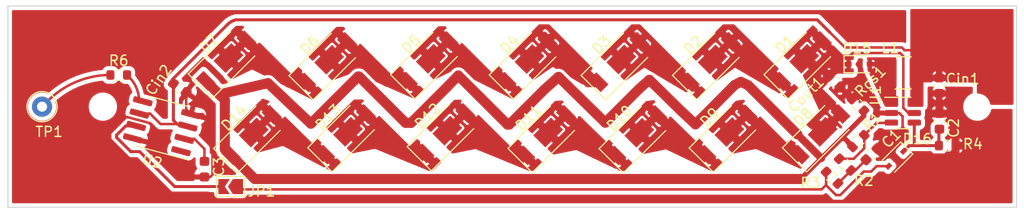
<source format=kicad_pcb>
(kicad_pcb (version 20211014) (generator pcbnew)
  (layers (0 "F.Cu" signal) (31 "B.Cu" signal) (34 "B.Paste" user) (35 "F.Paste" user) (36 "B.SilkS" user "B.Silkscreen") (37 "F.SilkS" user "F.Silkscreen") (38 "B.Mask" user) (39 "F.Mask" user) (44 "Edge.Cuts" user))
  (net 0 "")
  (net 1 "Net-(C1-Pad1)")
  (net 2 "GND")
  (net 3 "+5V")
  (net 4 "Net-(D1-Pad1)")
  (net 5 "Net-(D2-Pad1)")
  (net 6 "Net-(D3-Pad1)")
  (net 7 "Net-(D4-Pad1)")
  (net 8 "Net-(D5-Pad1)")
  (net 9 "Net-(D6-Pad1)")
  (net 10 "Net-(D14-Pad1)")
  (net 11 "Net-(D8-Pad1)")
  (net 12 "Net-(D10-Pad2)")
  (net 13 "Net-(D10-Pad1)")
  (net 14 "Net-(D11-Pad1)")
  (net 15 "Net-(D12-Pad1)")
  (net 16 "Net-(D13-Pad1)")
  (net 17 "Net-(Cout1-Pad1)")
  (net 18 "Net-(D15-Pad2)")
  (net 19 "Net-(C2-Pad1)")
  (net 20 "Net-(R6-Pad2)")
  (net 22 "Net-(R6-Pad1)")
  (net 23 "Net-(C3-Pad1)")
  (net 24 "DIM")
  (net 25 "Net-(D16-Pad2)")
  (net 26 "Net-(R1-Pad2)")
  (footprint "LED_SMD:LED_Yuji_5730" (layer "F.Cu") (at 49.637513 24.760013 45)
    (fp_text reference "D6" (at 0 -2.4 45) (layer "F.SilkS"))
    (fp_text value "660nm")
    (fp_line (start -3.59 -1.7) (end 2.35 -1.7) (layer "F.SilkS") (width 0.12))
    (fp_line (start -3.59 1.7) (end -3.59 -1.7) (layer "F.SilkS") (width 0.12))
    (fp_line (start 2.35 1.7) (end -3.59 1.7) (layer "F.SilkS") (width 0.12))
    (pad "1" smd rect (at -2.85 0 45) (size 1.1 1.7) (layers "F.Cu" "F.Paste" "F.Mask") (net 9 "Net-(D6-Pad1)") (thermal_gap 0.2))
    (pad "2" smd rect (at 0.349999 0 45) (size 2.5 1.7) (layers "F.Cu" "F.Paste" "F.Mask") (net 8 "Net-(D5-Pad1)") (thermal_gap 0.2))
    (pad "2" smd rect (at 2.85 0 45) (size 1.1 1.7) (layers "F.Cu" "F.Paste" "F.Mask") (net 8 "Net-(D5-Pad1)") (thermal_gap 0.2))
  )
  (footprint "Resistor_SMD:R_0603_1608Metric" (layer "F.Cu") (at 29.02 26.03)
    (fp_text reference "R6" (at 0 -1.43) (layer "F.SilkS"))
    (fp_text value "5k" hide)
    (fp_line (start -0.237258 0.5225) (end 0.237258 0.5225) (layer "F.SilkS") (width 0.12))
    (fp_line (start -0.237258 -0.5225) (end 0.237258 -0.5225) (layer "F.SilkS") (width 0.12))
    (pad "1" smd roundrect (at -0.825 0) (size 0.8 0.95) (layers "F.Cu" "F.Paste" "F.Mask") (net 22 "Net-(R6-Pad1)"))
    (pad "2" smd roundrect (at 0.825 0) (size 0.8 0.95) (layers "F.Cu" "F.Paste" "F.Mask") (net 20 "Net-(R6-Pad2)"))
  )
  (footprint "LED_SMD:LED_Yuji_5730" (layer "F.Cu") (at 96.735 24.6675 45)
    (fp_text reference "D1" (at 0 -2.4 45) (layer "F.SilkS"))
    (fp_text value "660nm")
    (fp_line (start 2.35 1.7) (end -3.59 1.7) (layer "F.SilkS") (width 0.12))
    (fp_line (start -3.59 1.7) (end -3.59 -1.7) (layer "F.SilkS") (width 0.12))
    (fp_line (start -3.59 -1.7) (end 2.35 -1.7) (layer "F.SilkS") (width 0.12))
    (pad "1" smd rect (at -2.85 0 45) (size 1.1 1.7) (layers "F.Cu" "F.Paste" "F.Mask") (net 4 "Net-(D1-Pad1)") (thermal_gap 0.2))
    (pad "2" smd rect (at 0.349999 0 45) (size 2.5 1.7) (layers "F.Cu" "F.Paste" "F.Mask") (net 17 "Net-(Cout1-Pad1)") (thermal_gap 0.2))
    (pad "2" smd rect (at 2.85 0 45) (size 1.1 1.7) (layers "F.Cu" "F.Paste" "F.Mask") (net 17 "Net-(Cout1-Pad1)") (thermal_gap 0.2))
  )
  (footprint "Jumper:SolderJumper-2_P1.3mm_Open_TrianglePad1.0x1.5mm" (layer "F.Cu") (at 40.12 37.12 180)
    (fp_text reference "JP1" (at -3.06 -0.48) (layer "F.SilkS"))
    (fp_text value "SolderJumper_2_Open")
    (fp_line (start -1.4 -1) (end 1.4 -1) (layer "F.SilkS") (width 0.12))
    (fp_line (start 1.4 -1) (end 1.4 1) (layer "F.SilkS") (width 0.12))
    (fp_line (start 1.4 1) (end -1.4 1) (layer "F.SilkS") (width 0.12))
    (fp_line (start -1.4 1) (end -1.4 -1) (layer "F.SilkS") (width 0.12))
    (pad "1" smd custom (at -0.725 0 180) (size 0.3 0.3) (layers "F.Cu" "F.Mask") (net 25 "Net-(D16-Pad2)") (options (clearance outline) (anchor rect)) (primitives (gr_poly (pts (xy 1 0) (xy 0.5 0.75) (xy -0.5 0.75) (xy -0.5 -0.75) (xy 0.5 -0.75)) (width 0) (fill yes))))
    (pad "2" smd custom (at 0.725 0 180) (size 0.3 0.3) (layers "F.Cu" "F.Mask") (net 24 "DIM") (options (clearance outline) (anchor rect)) (primitives (gr_poly (pts (xy 0.5 0.75) (xy -0.65 0.75) (xy -0.15 0) (xy -0.65 -0.75) (xy 0.5 -0.75)) (width 0) (fill yes))))
  )
  (footprint "Package_TO_SOT_SMD:SOT-23-6" (layer "F.Cu") (at 106.76 29.81)
    (fp_text reference "U1" (at -2.7 -1.76 90) (layer "F.SilkS"))
    (fp_text value "MT9284")
    (fp_line (start 0 1.56) (end -0.8 1.56) (layer "F.SilkS") (width 0.12))
    (fp_line (start 0 -1.56) (end 0.8 -1.56) (layer "F.SilkS") (width 0.12))
    (fp_line (start 0 1.56) (end 0.8 1.56) (layer "F.SilkS") (width 0.12))
    (fp_line (start 0 -1.56) (end -1.8 -1.56) (layer "F.SilkS") (width 0.12))
    (pad "1" smd roundrect (at -1.1375 -0.95) (size 1.325 0.6) (layers "F.Cu" "F.Paste" "F.Mask") (net 18 "Net-(D15-Pad2)"))
    (pad "2" smd roundrect (at -1.1375 0) (size 1.325 0.6) (layers "F.Cu" "F.Paste" "F.Mask") (net 2 "GND"))
    (pad "3" smd roundrect (at -1.1375 0.95) (size 1.325 0.6) (layers "F.Cu" "F.Paste" "F.Mask") (net 26 "Net-(R1-Pad2)"))
    (pad "4" smd roundrect (at 1.1375 0.95) (size 1.325 0.6) (layers "F.Cu" "F.Paste" "F.Mask") (net 19 "Net-(C2-Pad1)"))
    (pad "5" smd roundrect (at 1.1375 0) (size 1.325 0.6) (layers "F.Cu" "F.Paste" "F.Mask") (net 17 "Net-(Cout1-Pad1)"))
    (pad "6" smd roundrect (at 1.1375 -0.95) (size 1.325 0.6) (layers "F.Cu" "F.Paste" "F.Mask") (net 3 "+5V"))
  )
  (footprint "Resistor_SMD:R_0603_1608Metric" (layer "F.Cu") (at 111.16 33.05 180)
    (fp_text reference "R4" (at -2.54 0.15) (layer "F.SilkS"))
    (fp_text value "100k")
    (fp_line (start -0.237258 -0.5225) (end 0.237258 -0.5225) (layer "F.SilkS") (width 0.12))
    (fp_line (start -0.237258 0.5225) (end 0.237258 0.5225) (layer "F.SilkS") (width 0.12))
    (pad "1" smd roundrect (at -0.825 0 180) (size 0.8 0.95) (layers "F.Cu" "F.Paste" "F.Mask") (net 2 "GND") (thermal_gap 0.3))
    (pad "2" smd roundrect (at 0.825 0 180) (size 0.8 0.95) (layers "F.Cu" "F.Paste" "F.Mask") (net 19 "Net-(C2-Pad1)") (thermal_gap 0.3))
  )
  (footprint "Package_SO:SOIC-8_3.9x4.9mm_P1.27mm" (layer "F.Cu") (at 33.300342 31.12394 165)
    (fp_text reference "U2" (at 0.036105 -3.613848 165) (layer "F.SilkS"))
    (fp_text value "JL8022W-L")
    (fp_line (start 0 2.56) (end 1.95 2.56) (layer "F.SilkS") (width 0.12))
    (fp_line (start 0 -2.56) (end 1.95 -2.56) (layer "F.SilkS") (width 0.12))
    (fp_line (start 0 2.56) (end -1.95 2.56) (layer "F.SilkS") (width 0.12))
    (fp_line (start 0 -2.56) (end -3.45 -2.56) (layer "F.SilkS") (width 0.12))
    (pad "1" smd roundrect (at -2.475 -1.905 165) (size 1.95 0.6) (layers "F.Cu" "F.Paste" "F.Mask"))
    (pad "2" smd roundrect (at -2.475 -0.635 165) (size 1.95 0.6) (layers "F.Cu" "F.Paste" "F.Mask") (net 23 "Net-(C3-Pad1)"))
    (pad "3" smd roundrect (at -2.475 0.635 165) (size 1.95 0.6) (layers "F.Cu" "F.Paste" "F.Mask") (net 3 "+5V"))
    (pad "4" smd roundrect (at -2.475 1.905 165) (size 1.95 0.6) (layers "F.Cu" "F.Paste" "F.Mask") (net 2 "GND"))
    (pad "5" smd roundrect (at 2.475 1.905 165) (size 1.95 0.6) (layers "F.Cu" "F.Paste" "F.Mask") (net 20 "Net-(R6-Pad2)"))
    (pad "6" smd roundrect (at 2.475 0.635 165) (size 1.95 0.6) (layers "F.Cu" "F.Paste" "F.Mask") (net 3 "+5V"))
    (pad "7" smd roundrect (at 2.475 -0.635 165) (size 1.95 0.6) (layers "F.Cu" "F.Paste" "F.Mask") (net 24 "DIM"))
    (pad "8" smd roundrect (at 2.475 -1.905 165) (size 1.95 0.6) (layers "F.Cu" "F.Paste" "F.Mask") (net 2 "GND"))
  )
  (footprint "LED_SMD:LED_Yuji_5730" (layer "F.Cu") (at 87.665 24.7375 45)
    (fp_text reference "D2" (at 0 -2.4 45) (layer "F.SilkS"))
    (fp_text value "660nm")
    (fp_line (start -3.59 1.7) (end -3.59 -1.7) (layer "F.SilkS") (width 0.12))
    (fp_line (start 2.35 1.7) (end -3.59 1.7) (layer "F.SilkS") (width 0.12))
    (fp_line (start -3.59 -1.7) (end 2.35 -1.7) (layer "F.SilkS") (width 0.12))
    (pad "1" smd rect (at -2.85 0 45) (size 1.1 1.7) (layers "F.Cu" "F.Paste" "F.Mask") (net 5 "Net-(D2-Pad1)") (thermal_gap 0.2))
    (pad "2" smd rect (at 2.85 0 45) (size 1.1 1.7) (layers "F.Cu" "F.Paste" "F.Mask") (net 4 "Net-(D1-Pad1)") (thermal_gap 0.2))
    (pad "2" smd rect (at 0.349999 0 45) (size 2.5 1.7) (layers "F.Cu" "F.Paste" "F.Mask") (net 4 "Net-(D1-Pad1)") (thermal_gap 0.2))
  )
  (footprint "LED_SMD:LED_Yuji_5730" (layer "F.Cu") (at 89.315 31.9475 45)
    (fp_text reference "D9" (at 0 -2.4 45) (layer "F.SilkS"))
    (fp_text value "660nm")
    (fp_line (start 2.35 1.7) (end -3.59 1.7) (layer "F.SilkS") (width 0.12))
    (fp_line (start -3.59 -1.7) (end 2.35 -1.7) (layer "F.SilkS") (width 0.12))
    (fp_line (start -3.59 1.7) (end -3.59 -1.7) (layer "F.SilkS") (width 0.12))
    (pad "1" smd rect (at -2.85 0 45) (size 1.1 1.7) (layers "F.Cu" "F.Paste" "F.Mask") (net 12 "Net-(D10-Pad2)") (thermal_gap 0.2))
    (pad "2" smd rect (at 2.85 0 45) (size 1.1 1.7) (layers "F.Cu" "F.Paste" "F.Mask") (net 11 "Net-(D8-Pad1)") (thermal_gap 0.2))
    (pad "2" smd rect (at 0.349999 0 45) (size 2.5 1.7) (layers "F.Cu" "F.Paste" "F.Mask") (net 11 "Net-(D8-Pad1)") (thermal_gap 0.2))
  )
  (footprint "MountingHole:MountingHole_2.1mm" (layer "F.Cu") (at 27.47 29.17)
    (fp_text reference "H2" hide)
    (fp_text value "MountingHole" hide)
    (pad "" np_thru_hole circle (at -0.02 0.01) (size 2 2) (drill 2) (layers F&B.Cu *.Mask))
  )
  (footprint "LED_SMD:LED_Yuji_5730" (layer "F.Cu") (at 80.385 32.0175 45)
    (fp_text reference "D10" (at 0 -2.4 45) (layer "F.SilkS"))
    (fp_text value "660nm")
    (fp_line (start -3.59 1.7) (end -3.59 -1.7) (layer "F.SilkS") (width 0.12))
    (fp_line (start -3.59 -1.7) (end 2.35 -1.7) (layer "F.SilkS") (width 0.12))
    (fp_line (start 2.35 1.7) (end -3.59 1.7) (layer "F.SilkS") (width 0.12))
    (pad "1" smd rect (at -2.85 0 45) (size 1.1 1.7) (layers "F.Cu" "F.Paste" "F.Mask") (net 13 "Net-(D10-Pad1)") (thermal_gap 0.2))
    (pad "2" smd rect (at 0.349999 0 45) (size 2.5 1.7) (layers "F.Cu" "F.Paste" "F.Mask") (net 12 "Net-(D10-Pad2)") (thermal_gap 0.2))
    (pad "2" smd rect (at 2.85 0 45) (size 1.1 1.7) (layers "F.Cu" "F.Paste" "F.Mask") (net 12 "Net-(D10-Pad2)") (thermal_gap 0.2))
  )
  (footprint "TestPoint:TestPoint_Loop_D2.50mm_Drill1.0mm" (layer "F.Cu") (at 21.42 29.18)
    (fp_text reference "TP1" (at 0.7 2.5) (layer "F.SilkS"))
    (fp_text value "TestPoint")
    (fp_circle (center 0 0) (end 1.5 0) (layer "F.SilkS") (width 0.12) (fill none))
    (pad "1" thru_hole circle (at 0 0) (size 2 2) (drill 1) (property pad_prop_testpoint) (layers *.Cu *.Mask) (net 22 "Net-(R6-Pad1)"))
  )
  (footprint "LED_SMD:LED_Yuji_5730" (layer "F.Cu") (at 78.605 24.7375 45)
    (fp_text reference "D3" (at 0 -2.4 45) (layer "F.SilkS"))
    (fp_text value "660nm")
    (fp_line (start -3.59 -1.7) (end 2.35 -1.7) (layer "F.SilkS") (width 0.12))
    (fp_line (start 2.35 1.7) (end -3.59 1.7) (layer "F.SilkS") (width 0.12))
    (fp_line (start -3.59 1.7) (end -3.59 -1.7) (layer "F.SilkS") (width 0.12))
    (pad "1" smd rect (at -2.85 0 45) (size 1.1 1.7) (layers "F.Cu" "F.Paste" "F.Mask") (net 6 "Net-(D3-Pad1)"))
    (pad "2" smd rect (at 0.349999 0 45) (size 2.5 1.7) (layers "F.Cu" "F.Paste" "F.Mask") (net 5 "Net-(D2-Pad1)") (thermal_gap 0.2))
    (pad "2" smd rect (at 2.85 0 45) (size 1.1 1.7) (layers "F.Cu" "F.Paste" "F.Mask") (net 5 "Net-(D2-Pad1)") (thermal_gap 0.2))
  )
  (footprint "LED_SMD:LED_Yuji_5730" (layer "F.Cu") (at 59.715 24.6675 45)
    (fp_text reference "D5" (at 0 -2.4 45) (layer "F.SilkS"))
    (fp_text value "660nm")
    (fp_line (start -3.59 -1.7) (end 2.35 -1.7) (layer "F.SilkS") (width 0.12))
    (fp_line (start -3.59 1.7) (end -3.59 -1.7) (layer "F.SilkS") (width 0.12))
    (fp_line (start 2.35 1.7) (end -3.59 1.7) (layer "F.SilkS") (width 0.12))
    (pad "1" smd rect (at -2.85 0 45) (size 1.1 1.7) (layers "F.Cu" "F.Paste" "F.Mask") (net 8 "Net-(D5-Pad1)") (thermal_gap 0.2))
    (pad "2" smd rect (at 2.85 0 45) (size 1.1 1.7) (layers "F.Cu" "F.Paste" "F.Mask") (net 7 "Net-(D4-Pad1)") (thermal_gap 0.2))
    (pad "2" smd rect (at 0.349999 0 45) (size 2.5 1.7) (layers "F.Cu" "F.Paste" "F.Mask") (net 7 "Net-(D4-Pad1)") (thermal_gap 0.2))
  )
  (footprint "Capacitor_SMD:C_0603_1608Metric" (layer "F.Cu") (at 110.37 27.09 -90)
    (fp_text reference "Cin1" (at -0.66 -2.32) (layer "F.SilkS"))
    (fp_text value "1u")
    (fp_line (start -0.14058 0.51) (end 0.14058 0.51) (layer "F.SilkS") (width 0.12))
    (fp_line (start -0.14058 -0.51) (end 0.14058 -0.51) (layer "F.SilkS") (width 0.12))
    (pad "1" smd roundrect (at -0.775 0 270) (size 0.9 0.95) (layers "F.Cu" "F.Paste" "F.Mask") (net 3 "+5V") (thermal_gap 0.2))
    (pad "2" smd roundrect (at 0.775 0 270) (size 0.9 0.95) (layers "F.Cu" "F.Paste" "F.Mask") (net 2 "GND") (thermal_gap 0.2))
  )
  (footprint "LED_SMD:LED_Yuji_5730" (layer "F.Cu") (at 69.497513 24.690013 45)
    (fp_text reference "D4" (at 0 -2.4 45) (layer "F.SilkS"))
    (fp_text value "660nm")
    (fp_line (start 2.35 1.7) (end -3.59 1.7) (layer "F.SilkS") (width 0.12))
    (fp_line (start -3.59 1.7) (end -3.59 -1.7) (layer "F.SilkS") (width 0.12))
    (fp_line (start -3.59 -1.7) (end 2.35 -1.7) (layer "F.SilkS") (width 0.12))
    (pad "1" smd rect (at -2.85 0 45) (size 1.1 1.7) (layers "F.Cu" "F.Paste" "F.Mask") (net 7 "Net-(D4-Pad1)") (thermal_gap 0.2))
    (pad "2" smd rect (at 2.85 0 45) (size 1.1 1.7) (layers "F.Cu" "F.Paste" "F.Mask") (net 6 "Net-(D3-Pad1)") (thermal_gap 0.2))
    (pad "2" smd rect (at 0.349999 0 45) (size 2.5 1.7) (layers "F.Cu" "F.Paste" "F.Mask") (net 6 "Net-(D3-Pad1)") (thermal_gap 0.2))
  )
  (footprint "LED_SMD:LED_Yuji_5730" (layer "F.Cu") (at 71.352487 31.994987 45)
    (fp_text reference "D11" (at 0 -2.4 45) (layer "F.SilkS"))
    (fp_text value "660nm")
    (fp_line (start 2.35 1.7) (end -3.59 1.7) (layer "F.SilkS") (width 0.12))
    (fp_line (start -3.59 -1.7) (end 2.35 -1.7) (layer "F.SilkS") (width 0.12))
    (fp_line (start -3.59 1.7) (end -3.59 -1.7) (layer "F.SilkS") (width 0.12))
    (pad "1" smd rect (at -2.85 0 45) (size 1.1 1.7) (layers "F.Cu" "F.Paste" "F.Mask") (net 14 "Net-(D11-Pad1)") (thermal_gap 0.2))
    (pad "2" smd rect (at 0.349999 0 45) (size 2.5 1.7) (layers "F.Cu" "F.Paste" "F.Mask") (net 13 "Net-(D10-Pad1)") (thermal_gap 0.2))
    (pad "2" smd rect (at 2.85 0 45) (size 1.1 1.7) (layers "F.Cu" "F.Paste" "F.Mask") (net 13 "Net-(D10-Pad1)") (thermal_gap 0.2))
  )
  (footprint "Resistor_SMD:R_0603_1608Metric" (layer "F.Cu") (at 102.32 29.01 -45)
    (fp_text reference "Rcs1" (at -0.79196 -2.5173 -315) (layer "F.SilkS"))
    (fp_text value "100m")
    (fp_line (start -0.237258 -0.5225) (end 0.237258 -0.5225) (layer "F.SilkS") (width 0.12))
    (fp_line (start -0.237258 0.5225) (end 0.237258 0.5225) (layer "F.SilkS") (width 0.12))
    (pad "1" smd roundrect (at -0.825 0 315) (size 0.8 0.95) (layers "F.Cu" "F.Paste" "F.Mask") (net 2 "GND") (thermal_gap 0.2))
    (pad "2" smd roundrect (at 0.825 0 315) (size 0.8 0.95) (layers "F.Cu" "F.Paste" "F.Mask") (net 10 "Net-(D14-Pad1)"))
  )
  (footprint "LED_SMD:LED_Yuji_5730" (layer "F.Cu") (at 42.162487 31.994987 45)
    (fp_text reference "D14" (at 0 -2.4 45) (layer "F.SilkS"))
    (fp_text value "660nm")
    (fp_line (start -3.59 -1.7) (end 2.35 -1.7) (layer "F.SilkS") (width 0.12))
    (fp_line (start 2.35 1.7) (end -3.59 1.7) (layer "F.SilkS") (width 0.12))
    (fp_line (start -3.59 1.7) (end -3.59 -1.7) (layer "F.SilkS") (width 0.12))
    (pad "1" smd rect (at -2.85 0 45) (size 1.1 1.7) (layers "F.Cu" "F.Paste" "F.Mask") (net 10 "Net-(D14-Pad1)"))
    (pad "2" smd rect (at 2.85 0 45) (size 1.1 1.7) (layers "F.Cu" "F.Paste" "F.Mask") (net 16 "Net-(D13-Pad1)") (thermal_gap 0.2))
    (pad "2" smd rect (at 0.349999 0 45) (size 2.5 1.7) (layers "F.Cu" "F.Paste" "F.Mask") (net 16 "Net-(D13-Pad1)") (thermal_gap 0.2))
  )
  (footprint "Capacitor_SMD:C_0603_1608Metric" (layer "F.Cu") (at 110.39 30.635 90)
    (fp_text reference "C2" (at -0.665 1.42 -90) (layer "F.SilkS"))
    (fp_text value "1n")
    (fp_line (start -0.14058 0.51) (end 0.14058 0.51) (layer "F.SilkS") (width 0.12))
    (fp_line (start -0.14058 -0.51) (end 0.14058 -0.51) (layer "F.SilkS") (width 0.12))
    (pad "1" smd roundrect (at -0.775 0 90) (size 0.9 0.95) (layers "F.Cu" "F.Paste" "F.Mask") (net 19 "Net-(C2-Pad1)") (thermal_gap 0.3))
    (pad "2" smd roundrect (at 0.775 0 90) (size 0.9 0.95) (layers "F.Cu" "F.Paste" "F.Mask") (net 2 "GND") (thermal_gap 0.3))
  )
  (footprint "LED_SMD:LED_Yuji_5730" (layer "F.Cu") (at 51.502487 31.924987 45)
    (fp_text reference "D13" (at 0 -2.4 45) (layer "F.SilkS"))
    (fp_text value "660nm")
    (fp_line (start 2.35 1.7) (end -3.59 1.7) (layer "F.SilkS") (width 0.12))
    (fp_line (start -3.59 -1.7) (end 2.35 -1.7) (layer "F.SilkS") (width 0.12))
    (fp_line (start -3.59 1.7) (end -3.59 -1.7) (layer "F.SilkS") (width 0.12))
    (pad "1" smd rect (at -2.85 0 45) (size 1.1 1.7) (layers "F.Cu" "F.Paste" "F.Mask") (net 16 "Net-(D13-Pad1)") (thermal_gap 0.2))
    (pad "2" smd rect (at 2.85 0 45) (size 1.1 1.7) (layers "F.Cu" "F.Paste" "F.Mask") (net 15 "Net-(D12-Pad1)") (thermal_gap 0.2))
    (pad "2" smd rect (at 0.349999 0 45) (size 2.5 1.7) (layers "F.Cu" "F.Paste" "F.Mask") (net 15 "Net-(D12-Pad1)") (thermal_gap 0.2))
  )
  (footprint "Inductor_SMD:L_Abracon_ASPI-3012S" (layer "F.Cu") (at 106.79 25.82 180)
    (fp_text reference "L1" (at 1.27 2.46) (layer "F.SilkS"))
    (fp_text value "L_Ferrite_Small")
    (fp_line (start -0.8 1.6) (end 0.8 1.6) (layer "F.SilkS") (width 0.12))
    (fp_line (start -0.8 -1.6) (end 0.8 -1.6) (layer "F.SilkS") (width 0.12))
    (pad "1" smd rect (at -1.15 0 180) (size 1 2.75) (layers "F.Cu" "F.Paste" "F.Mask") (net 3 "+5V"))
    (pad "2" smd rect (at 1.15 0 180) (size 1 2.75) (layers "F.Cu" "F.Paste" "F.Mask") (net 18 "Net-(D15-Pad2)"))
  )
  (footprint "Diode_SMD:D_SOD-323" (layer "F.Cu") (at 102.43 24.96)
    (fp_text reference "D15" (at -0.2 -1.58) (layer "F.SilkS"))
    (fp_text value "B5819WS")
    (fp_line (start -1.5 0.85) (end 1.05 0.85) (layer "F.SilkS") (width 0.12))
    (fp_line (start -1.5 -0.85) (end 1.05 -0.85) (layer "F.SilkS") (width 0.12))
    (fp_line (start -1.5 -0.85) (end -1.5 0.85) (layer "F.SilkS") (width 0.12))
    (pad "1" smd rect (at -1.05 0) (size 0.6 0.45) (layers "F.Cu" "F.Paste" "F.Mask") (net 17 "Net-(Cout1-Pad1)") (thermal_gap 0.2))
    (pad "2" smd rect (at 1.05 0) (size 0.6 0.45) (layers "F.Cu" "F.Paste" "F.Mask") (net 18 "Net-(D15-Pad2)") (thermal_gap 0.2))
  )
  (footprint "Capacitor_SMD:C_0603_1608Metric" (layer "F.Cu") (at 35.074843 27.324522 145)
    (fp_text reference "Cin2" (at 2.171714 -0.550718 55) (layer "F.SilkS"))
    (fp_text value "1u")
    (fp_line (start -0.14058 0.51) (end 0.14058 0.51) (layer "F.SilkS") (width 0.12))
    (fp_line (start -0.14058 -0.51) (end 0.14058 -0.51) (layer "F.SilkS") (width 0.12))
    (pad "1" smd roundrect (at -0.775 0 145) (size 0.9 0.95) (layers "F.Cu" "F.Paste" "F.Mask") (net 2 "GND"))
    (pad "2" smd roundrect (at 0.775 0 145) (size 0.9 0.95) (layers "F.Cu" "F.Paste" "F.Mask") (net 3 "+5V"))
  )
  (footprint "LED_SMD:LED_Yuji_5730" (layer "F.Cu") (at 98.562487 31.924987 45)
    (fp_text reference "D8" (at 0 -2.4 45) (layer "F.SilkS"))
    (fp_text value "660nm")
    (fp_line (start -3.59 1.7) (end -3.59 -1.7) (layer "F.SilkS") (width 0.12))
    (fp_line (start 2.35 1.7) (end -3.59 1.7) (layer "F.SilkS") (width 0.12))
    (fp_line (start -3.59 -1.7) (end 2.35 -1.7) (layer "F.SilkS") (width 0.12))
    (pad "1" smd rect (at -2.85 0 45) (size 1.1 1.7) (layers "F.Cu" "F.Paste" "F.Mask") (net 11 "Net-(D8-Pad1)") (thermal_gap 0.2))
    (pad "2" smd rect (at 2.85 0 45) (size 1.1 1.7) (layers "F.Cu" "F.Paste" "F.Mask") (net 17 "Net-(Cout1-Pad1)") (thermal_gap 0.2))
    (pad "2" smd rect (at 0.349999 0 45) (size 2.5 1.7) (layers "F.Cu" "F.Paste" "F.Mask") (net 17 "Net-(Cout1-Pad1)") (thermal_gap 0.2))
  )
  (footprint "Resistor_SMD:R_0603_1608Metric" (layer "F.Cu") (at 101.04 34.94 -45)
    (fp_text reference "R2" (at 2.446589 -0.183848) (layer "F.SilkS"))
    (fp_text value "10k")
    (fp_line (start -0.237258 0.5225) (end 0.237258 0.5225) (layer "F.SilkS") (width 0.12))
    (fp_line (start -0.237258 -0.5225) (end 0.237258 -0.5225) (layer "F.SilkS") (width 0.12))
    (pad "1" smd roundrect (at -0.825 0 315) (size 0.8 0.95) (layers "F.Cu" "F.Paste" "F.Mask") (net 26 "Net-(R1-Pad2)"))
    (pad "2" smd roundrect (at 0.825 0 315) (size 0.8 0.95) (layers "F.Cu" "F.Paste" "F.Mask") (net 1 "Net-(C1-Pad1)"))
  )
  (footprint "Resistor_SMD:R_0603_1608Metric" (layer "F.Cu") (at 102.35 32.6 45)
    (fp_text reference "R1" (at 2.361737 -0.410122 45) (layer "F.SilkS"))
    (fp_text value "5k")
    (fp_line (start -0.237258 0.5225) (end 0.237258 0.5225) (layer "F.SilkS") (width 0.12))
    (fp_line (start -0.237258 -0.5225) (end 0.237258 -0.5225) (layer "F.SilkS") (width 0.12))
    (pad "1" smd roundrect (at -0.825 0 45) (size 0.8 0.95) (layers "F.Cu" "F.Paste" "F.Mask") (net 10 "Net-(D14-Pad1)"))
    (pad "2" smd roundrect (at 0.825 0 45) (size 0.8 0.95) (layers "F.Cu" "F.Paste" "F.Mask") (net 26 "Net-(R1-Pad2)"))
  )
  (footprint "Capacitor_SMD:C_0603_1608Metric" (layer "F.Cu") (at 99.99 26.68 -45)
    (fp_text reference "Cout1" (at -1.088944 2.941564 45) (layer "F.SilkS"))
    (fp_text value "1u")
    (fp_line (start -0.14058 0.51) (end 0.14058 0.51) (layer "F.SilkS") (width 0.12))
    (fp_line (start -0.14058 -0.51) (end 0.14058 -0.51) (layer "F.SilkS") (width 0.12))
    (pad "1" smd roundrect (at -0.775 0 315) (size 0.9 0.95) (layers "F.Cu" "F.Paste" "F.Mask") (net 17 "Net-(Cout1-Pad1)") (thermal_gap 0.2))
    (pad "2" smd roundrect (at 0.775 0 315) (size 0.9 0.95) (layers "F.Cu" "F.Paste" "F.Mask") (net 2 "GND") (thermal_gap 0.2))
  )
  (footprint "Resistor_SMD:R_0603_1608Metric" (layer "F.Cu") (at 99.74 36.24 -45)
    (fp_text reference "R3" (at -1.152584 1.887975 -180) (layer "F.SilkS"))
    (fp_text value "10k")
    (fp_line (start -0.237258 -0.5225) (end 0.237258 -0.5225) (layer "F.SilkS") (width 0.12))
    (fp_line (start -0.237258 0.5225) (end 0.237258 0.5225) (layer "F.SilkS") (width 0.12))
    (pad "1" smd roundrect (at -0.825 0 315) (size 0.8 0.95) (layers "F.Cu" "F.Paste" "F.Mask") (net 25 "Net-(D16-Pad2)"))
    (pad "2" smd roundrect (at 0.825 0 315) (size 0.8 0.95) (layers "F.Cu" "F.Paste" "F.Mask") (net 1 "Net-(C1-Pad1)"))
  )
  (footprint "Capacitor_SMD:C_0603_1608Metric" (layer "F.Cu") (at 103.66 33.91 45)
    (fp_text reference "C1" (at 2.481945 0.275772 45) (layer "F.SilkS"))
    (fp_text value "1u")
    (fp_line (start -0.14058 -0.51) (end 0.14058 -0.51) (layer "F.SilkS") (width 0.12))
    (fp_line (start -0.14058 0.51) (end 0.14058 0.51) (layer "F.SilkS") (width 0.12))
    (pad "1" smd roundrect (at -0.775 0 45) (size 0.9 0.95) (layers "F.Cu" "F.Paste" "F.Mask") (net 1 "Net-(C1-Pad1)") (thermal_gap 0.3))
    (pad "2" smd roundrect (at 0.775 0 45) (size 0.9 0.95) (layers "F.Cu" "F.Paste" "F.Mask") (net 2 "GND") (thermal_gap 0.3))
  )
  (footprint "Capacitor_SMD:C_0603_1608Metric" (layer "F.Cu") (at 37.52 35.39 -90)
    (fp_text reference "C3" (at -0.24 -1.43 90) (layer "F.SilkS"))
    (fp_text value "10n")
    (fp_line (start -0.14058 0.51) (end 0.14058 0.51) (layer "F.SilkS") (width 0.12))
    (fp_line (start -0.14058 -0.51) (end 0.14058 -0.51) (layer "F.SilkS") (width 0.12))
    (pad "1" smd roundrect (at -0.775 0 270) (size 0.9 0.95) (layers "F.Cu" "F.Paste" "F.Mask") (net 23 "Net-(C3-Pad1)"))
    (pad "2" smd roundrect (at 0.775 0 270) (size 0.9 0.95) (layers "F.Cu" "F.Paste" "F.Mask") (net 2 "GND"))
  )
  (footprint "LED_SMD:LED_Yuji_5730" (layer "F.Cu") (at 61.355 31.8175 45)
    (fp_text reference "D12" (at 0 -2.4 45) (layer "F.SilkS"))
    (fp_text value "660nm")
    (fp_line (start 2.35 1.7) (end -3.59 1.7) (layer "F.SilkS") (width 0.12))
    (fp_line (start -3.59 1.7) (end -3.59 -1.7) (layer "F.SilkS") (width 0.12))
    (fp_line (start -3.59 -1.7) (end 2.35 -1.7) (layer "F.SilkS") (width 0.12))
    (pad "1" smd rect (at -2.85 0 45) (size 1.1 1.7) (layers "F.Cu" "F.Paste" "F.Mask") (net 15 "Net-(D12-Pad1)") (thermal_gap 0.2))
    (pad "2" smd rect (at 2.85 0 45) (size 1.1 1.7) (layers "F.Cu" "F.Paste" "F.Mask") (net 14 "Net-(D11-Pad1)") (thermal_gap 0.2))
    (pad "2" smd rect (at 0.349999 0 45) (size 2.5 1.7) (layers "F.Cu" "F.Paste" "F.Mask") (net 14 "Net-(D11-Pad1)") (thermal_gap 0.2))
  )
  (footprint "MountingHole:MountingHole_2.1mm" (layer "F.Cu") (at 114.15 29.18)
    (fp_text reference "H1" hide)
    (fp_text value "MountingHole" hide)
    (pad "" np_thru_hole circle (at 0 0) (size 2 2) (drill 2) (layers F&B.Cu *.Mask))
  )
  (footprint "Diode_SMD:D_SOD-323" (layer "F.Cu") (at 106.087538 34.352462 -135)
    (fp_text reference "D16" (at -2.874335 -0.113137) (layer "F.SilkS"))
    (fp_text value "1N4148WS")
    (fp_line (start -1.5 -0.85) (end 1.05 -0.85) (layer "F.SilkS") (width 0.12))
    (fp_line (start -1.5 -0.85) (end -1.5 0.85) (layer "F.SilkS") (width 0.12))
    (fp_line (start -1.5 0.85) (end 1.05 0.85) (layer "F.SilkS") (width 0.12))
    (pad "1" smd rect (at -1.05 0 225) (size 0.6 0.45) (layers "F.Cu" "F.Paste" "F.Mask") (net 19 "Net-(C2-Pad1)"))
    (pad "2" smd rect (at 1.05 0 225) (size 0.6 0.45) (layers "F.Cu" "F.Paste" "F.Mask") (net 25 "Net-(D16-Pad2)"))
  )
  (footprint "LED_SMD:LED_Yuji_5730" (layer "F.Cu") (at 39.655 24.5975 45)
    (fp_text reference "D7" (at 0 -2.4 45) (layer "F.SilkS"))
    (fp_text value "660nm")
    (fp_line (start -3.59 -1.7) (end 2.35 -1.7) (layer "F.SilkS") (width 0.12))
    (fp_line (start -3.59 1.7) (end -3.59 -1.7) (layer "F.SilkS") (width 0.12))
    (fp_line (start 2.35 1.7) (end -3.59 1.7) (layer "F.SilkS") (width 0.12))
    (pad "1" smd rect (at -2.85 0 45) (size 1.1 1.7) (layers "F.Cu" "F.Paste" "F.Mask") (net 10 "Net-(D14-Pad1)") (thermal_gap 0.2))
    (pad "2" smd rect (at 0.349999 0 45) (size 2.5 1.7) (layers "F.Cu" "F.Paste" "F.Mask") (net 9 "Net-(D6-Pad1)") (thermal_gap 0.2))
    (pad "2" smd rect (at 2.85 0 45) (size 1.1 1.7) (layers "F.Cu" "F.Paste" "F.Mask") (net 9 "Net-(D6-Pad1)") (thermal_gap 0.2))
  )
  (gr_rect (start 18.04 19.18) (end 118.04 39.18) (layer "Edge.Cuts") (width 0.1) (fill none))
  (segment (start 103.101992 34.458008) (end 102.036637 35.523363) (width 0.25) (layer "F.Cu") (net 1))
  (segment (start 102.036637 35.523363) (end 101.623363 35.523363) (width 0.25) (layer "F.Cu") (net 1))
  (segment (start 103.111992 34.458008) (end 103.101992 34.458008) (width 0.25) (layer "F.Cu") (net 1))
  (segment (start 100.323363 36.823363) (end 101.623363 35.523363) (width 0.25) (layer "F.Cu") (net 1))
  (segment (start 29.61 30.34) (end 28.15 31.8) (width 0.3) (layer "F.Cu") (net 2))
  (segment (start 32.31 31.066678) (end 32.07278 30.829458) (width 0.25) (layer "F.Cu") (net 2))
  (segment (start 100.538008 27.228008) (end 101.736637 28.426637) (width 0.25) (layer "F.Cu") (net 2))
  (segment (start 28.15 32.43) (end 30.1 34.38) (width 0.3) (layer "F.Cu") (net 2))
  (segment (start 38.32 30.91) (end 37.334428 29.924428) (width 0.25) (layer "F.Cu") (net 2))
  (segment (start 38.32 35.94) (end 38.32 30.91) (width 0.25) (layer "F.Cu") (net 2))
  (segment (start 106.74 30.15) (end 106.74 31.25) (width 0.25) (layer "F.Cu") (net 2))
  (segment (start 35.709686 29.810055) (end 35.823289 29.923658) (width 0.3) (layer "F.Cu") (net 2))
  (segment (start 35.225 36.165) (end 35.18 36.12) (width 0.25) (layer "F.Cu") (net 2))
  (segment (start 35.709686 29.450055) (end 36.184059 29.924428) (width 0.25) (layer "F.Cu") (net 2))
  (segment (start 106.7 35.29) (end 106.7 34.96) (width 0.3) (layer "F.Cu") (net 2))
  (segment (start 107.8 34.96) (end 108.56 34.2) (width 0.75) (layer "F.Cu") (net 2))
  (segment (start 110.32 27.915) (end 110.37 27.865) (width 0.3) (layer "F.Cu") (net 2))
  (segment (start 28.15 31.8) (end 28.15 32.43) (width 0.3) (layer "F.Cu") (net 2))
  (segment (start 106.4 29.81) (end 106.74 30.15) (width 0.25) (layer "F.Cu") (net 2))
  (segment (start 30.81 34.38) (end 34.2 37.77) (width 0.3) (layer "F.Cu") (net 2))
  (segment (start 103.31 36.35) (end 105.64 36.35) (width 0.3) (layer "F.Cu") (net 2))
  (segment (start 105.6225 29.81) (end 106.4 29.81) (width 0.25) (layer "F.Cu") (net 2))
  (segment (start 37.89 37.77) (end 38.7 38.58) (width 0.3) (layer "F.Cu") (net 2))
  (segment (start 32.31 32.174365) (end 32.31 31.066678) (width 0.25) (layer "F.Cu") (net 2))
  (segment (start 110.37 27.865) (end 110.37 29.84) (width 0.3) (layer "F.Cu") (net 2))
  (segment (start 105.64 36.35) (end 106.7 35.29) (width 0.3) (layer "F.Cu") (net 2))
  (segment (start 111.41 34.2) (end 111.985 33.625) (width 0.75) (layer "F.Cu") (net 2))
  (segment (start 37.52 36.165) (end 38.095 36.165) (width 0.25) (layer "F.Cu") (net 2))
  (segment (start 105.6225 29.81) (end 104.44 29.81) (width 0.25) (layer "F.Cu") (net 2))
  (segment (start 30.1 34.38) (end 30.81 34.38) (width 0.3) (layer "F.Cu") (net 2))
  (segment (start 103.056637 28.426637) (end 101.736637 28.426637) (width 0.25) (layer "F.Cu") (net 2))
  (segment (start 31.792303 32.692062) (end 32.31 32.174365) (width 0.25) (layer "F.Cu") (net 2))
  (segment (start 104.208008 33.361992) (end 105.101992 33.361992) (width 0.5) (layer "F.Cu") (net 2))
  (segment (start 101.08 38.58) (end 103.31 36.35) (width 0.3) (layer "F.Cu") (net 2))
  (segment (start 106.7 34.96) (end 107.8 34.96) (width 0.75) (layer "F.Cu") (net 2))
  (segment (start 29.920224 30.229089) (end 29.877762 30.229089) (width 0.25) (layer "F.Cu") (net 2))
  (segment (start 104.44 29.81) (end 103.056637 28.426637) (width 0.25) (layer "F.Cu") (net 2))
  (segment (start 108.56 34.2) (end 111.41 34.2) (width 0.75) (layer "F.Cu") (net 2))
  (segment (start 106.7 34.96) (end 105.101992 33.361992) (width 0.75) (layer "F.Cu") (net 2))
  (segment (start 34.2 37.77) (end 37.89 37.77) (width 0.3) (layer "F.Cu") (net 2))
  (segment (start 106.74 31.25) (end 104.628008 33.361992) (width 0.25) (layer "F.Cu") (net 2))
  (segment (start 111.985 33.625) (end 111.985 33.05) (width 0.75) (layer "F.Cu") (net 2))
  (segment (start 35.709686 27.769044) (end 35.709686 29.450055) (width 0.25) (layer "F.Cu") (net 2))
  (segment (start 37.334428 29.924428) (end 36.184059 29.924428) (width 0.25) (layer "F.Cu") (net 2))
  (segment (start 30.416627 32.32345) (end 31.792303 32.692062) (width 0.25) (layer "F.Cu") (net 2))
  (segment (start 31.792303 32.732303) (end 31.792303 32.692062) (width 0.3) (layer "F.Cu") (net 2))
  (segment (start 32.035851 30.795968) (end 29.920224 30.229089) (width 0.25) (layer "F.Cu") (net 2))
  (segment (start 110.37 29.84) (end 110.39 29.86) (width 0.3) (layer "F.Cu") (net 2))
  (segment (start 38.7 38.58) (end 101.08 38.58) (width 0.3) (layer "F.Cu") (net 2))
  (segment (start 38.095 36.165) (end 38.32 35.94) (width 0.25) (layer "F.Cu") (net 2))
  (segment (start 37.52 36.165) (end 35.225 36.165) (width 0.25) (layer "F.Cu") (net 2))
  (segment (start 104.628008 33.361992) (end 104.208008 33.361992) (width 0.25) (layer "F.Cu") (net 2))
  (segment (start 35.18 36.12) (end 31.792303 32.732303) (width 0.3) (layer "F.Cu") (net 2))
  (arc (start 29.877762 30.229089) (mid 29.73285 30.257914) (end 29.61 30.34) (width 0.25) (layer "F.Cu") (net 2))
  (arc (start 32.07278 30.829458) (mid 32.054231 30.812625) (end 32.035851 30.795968) (width 0.25) (layer "F.Cu") (net 2))
  (segment (start 109.05 26.11) (end 109.255 26.315) (width 0.25) (layer "F.Cu") (net 3))
  (segment (start 98.276294 20.546294) (end 99.53 21.8) (width 0.3) (layer "F.Cu") (net 3))
  (segment (start 35.614205 30.91) (end 34.82 30.91) (width 0.25) (layer "F.Cu") (net 3))
  (segment (start 34.44 30.53) (end 34.82 30.91) (width 0.3) (layer "F.Cu") (net 3))
  (segment (start 40.1249 20.760573) (end 40.375123 20.633077) (width 0.3) (layer "F.Cu") (net 3))
  (segment (start 109.05 23.9) (end 109.05 26.11) (width 0.25) (layer "F.Cu") (net 3))
  (segment (start 34.44 26.88) (end 34.44 30.53) (width 0.3) (layer "F.Cu") (net 3))
  (segment (start 40.64221 20.546294) (end 98.276294 20.546294) (width 0.3) (layer "F.Cu") (net 3))
  (segment (start 40.375123 20.633077) (end 40.64221 20.546294) (width 0.3) (layer "F.Cu") (net 3))
  (segment (start 32.13 29.87) (end 31.074026 29.87) (width 0.25) (layer "F.Cu") (net 3))
  (segment (start 99.53 21.8) (end 101.03 23.3) (width 0.25) (layer "F.Cu") (net 3))
  (segment (start 108.435 26.315) (end 107.94 25.82) (width 0.3) (layer "F.Cu") (net 3))
  (segment (start 106.93 23.57) (end 108.72 23.57) (width 0.25) (layer "F.Cu") (net 3))
  (segment (start 107.94 28.8175) (end 107.94 25.82) (width 0.25) (layer "F.Cu") (net 3))
  (segment (start 39.796741 21.023259) (end 39.897703 20.925643) (width 0.3) (layer "F.Cu") (net 3))
  (segment (start 35.855359 31.151154) (end 35.614205 30.91) (width 0.25) (layer "F.Cu") (net 3))
  (segment (start 107.8975 28.86) (end 107.94 28.8175) (width 0.25) (layer "F.Cu") (net 3))
  (segment (start 108.72 23.57) (end 109.05 23.9) (width 0.25) (layer "F.Cu") (net 3))
  (segment (start 34.44 26.88) (end 34.44 26.38) (width 0.3) (layer "F.Cu") (net 3))
  (segment (start 39.897703 20.925643) (end 40.1249 20.760573) (width 0.3) (layer "F.Cu") (net 3))
  (segment (start 101.03 23.3) (end 106.66 23.3) (width 0.25) (layer "F.Cu") (net 3))
  (segment (start 110.37 26.315) (end 109.255 26.315) (width 0.3) (layer "F.Cu") (net 3))
  (segment (start 33.17 30.91) (end 32.13 29.87) (width 0.25) (layer "F.Cu") (net 3))
  (segment (start 34.82 30.91) (end 33.17 30.91) (width 0.25) (layer "F.Cu") (net 3))
  (segment (start 109.255 26.315) (end 108.435 26.315) (width 0.3) (layer "F.Cu") (net 3))
  (segment (start 34.44 26.38) (end 39.796741 21.023259) (width 0.3) (layer "F.Cu") (net 3))
  (segment (start 106.66 23.3) (end 106.93 23.57) (width 0.25) (layer "F.Cu") (net 3))
  (segment (start 89.680254 22.722246) (end 93.640762 26.682754) (width 1) (layer "F.Cu") (net 4))
  (segment (start 89.680254 22.722246) (end 87.912487 24.490013) (width 0.25) (layer "F.Cu") (net 4))
  (segment (start 93.640762 26.682754) (end 94.719746 26.682754) (width 1) (layer "F.Cu") (net 4))
  (segment (start 80.620254 22.722246) (end 78.852487 24.490013) (width 0.25) (layer "F.Cu") (net 5))
  (segment (start 84.650762 26.752754) (end 85.649746 26.752754) (width 1) (layer "F.Cu") (net 5))
  (segment (start 80.620254 22.722246) (end 84.650762 26.752754) (width 1) (layer "F.Cu") (net 5))
  (segment (start 75.590762 26.752754) (end 76.589746 26.752754) (width 1) (layer "F.Cu") (net 6))
  (segment (start 71.512767 22.674759) (end 75.590762 26.752754) (width 1) (layer "F.Cu") (net 6))
  (segment (start 71.512767 22.674759) (end 69.745 24.442526) (width 0.25) (layer "F.Cu") (net 6))
  (segment (start 65.783275 26.705267) (end 67.482259 26.705267) (width 1) (layer "F.Cu") (net 7))
  (segment (start 61.730254 22.652246) (end 59.962487 24.420013) (width 0.25) (layer "F.Cu") (net 7))
  (segment (start 61.730254 22.652246) (end 65.783275 26.705267) (width 1) (layer "F.Cu") (net 7))
  (segment (start 51.652767 22.744759) (end 55.590762 26.682754) (width 1) (layer "F.Cu") (net 8))
  (segment (start 55.590762 26.682754) (end 57.699746 26.682754) (width 1) (layer "F.Cu") (net 8))
  (segment (start 51.652767 22.744759) (end 49.885 24.512526) (width 0.25) (layer "F.Cu") (net 8))
  (segment (start 41.670254 22.582246) (end 45.863275 26.775267) (width 1) (layer "F.Cu") (net 9))
  (segment (start 41.670254 22.582246) (end 39.902487 24.350013) (width 0.25) (layer "F.Cu") (net 9))
  (segment (start 45.863275 26.775267) (end 47.622259 26.775267) (width 1) (layer "F.Cu") (net 9))
  (segment (start 57.46 30.79) (end 52.86 26.19) (width 1) (layer "F.Cu") (net 10))
  (segment (start 96.63 36.37) (end 98.67 34.33) (width 0.5) (layer "F.Cu") (net 10))
  (segment (start 91.43 27.06) (end 90.71 26.71) (width 1) (layer "F.Cu") (net 10))
  (segment (start 102.96 29.65) (end 102.903363 29.593363) (width 0.5) (layer "F.Cu") (net 10))
  (segment (start 37.639746 26.612754) (end 38.986992 27.96) (width 1) (layer "F.Cu") (net 10))
  (segment (start 58.01 30.79) (end 57.46 30.79) (width 1) (layer "F.Cu") (net 10))
  (segment (start 96.6275 36.3675) (end 96.63 36.37) (width 1) (layer "F.Cu") (net 10))
  (segment (start 40.147233 34.010241) (end 42.504492 36.3675) (width 1) (layer "F.Cu") (net 10))
  (segment (start 71.26 27.44) (end 67.74 30.96) (width 1) (layer "F.Cu") (net 10))
  (segment (start 52.75 26.19) (end 48.07 30.87) (width 1) (layer "F.Cu") (net 10))
  (segment (start 80.63 27.4) (end 77.26 30.77) (width 1) (layer "F.Cu") (net 10))
  (segment (start 86.2 30.94) (end 84.66 29.49) (width 1) (layer "F.Cu") (net 10))
  (segment (start 90.09 27.02) (end 86.2 30.94) (width 1) (layer "F.Cu") (net 10))
  (segment (start 40.147233 34.010241) (end 39.54 33.403008) (width 1) (layer "F.Cu") (net 10))
  (segment (start 39.54 28.513008) (end 38.986992 27.96) (width 1) (layer "F.Cu") (net 10))
  (segment (start 67.74 30.96) (end 67.57 30.96) (width 1) (layer "F.Cu") (net 10))
  (segment (start 62.69 26.08) (end 61.51 27.29) (width 1) (layer "F.Cu") (net 10))
  (segment (start 98.67 34.294564) (end 98.67 34.33) (width 0.75) (layer "F.Cu") (net 10))
  (segment (start 42.504492 36.3675) (end 96.6275 36.3675) (width 1) (layer "F.Cu") (net 10))
  (segment (start 39.54 33.403008) (end 39.54 28.513008) (width 1) (layer "F.Cu") (net 10))
  (segment (start 72.63 26.22) (end 71.26 27.44) (width 1) (layer "F.Cu") (net 10))
  (segment (start 61.51 27.29) (end 58.01 30.79) (width 1) (layer "F.Cu") (net 10))
  (segment (start 96.295436 31.92) (end 98.67 34.294564) (width 0.75) (layer "F.Cu") (net 10))
  (segment (start 52.86 26.19) (end 52.75 26.19) (width 1) (layer "F.Cu") (net 10))
  (segment (start 81.63 26.51) (end 80.63 27.4) (width 1) (layer "F.Cu") (net 10))
  (segment (start 43.82 26.84) (end 38.986992 27.96) (width 1) (layer "F.Cu") (net 10))
  (segment (start 96.29408 31.92) (end 96.295436 31.92) (width 0.75) (layer "F.Cu") (net 10))
  (segment (start 48.07 30.87) (end 43.82 26.84) (width 1) (layer "F.Cu") (net 10))
  (segment (start 67.57 30.96) (end 62.69 26.08) (width 1) (layer "F.Cu") (net 10))
  (segment (start 100.64 32.36) (end 102.903363 30.096637) (width 0.5) (layer "F.Cu") (net 10))
  (segment (start 100.64 32.36) (end 101.01 32.36) (width 0.5) (layer "F.Cu") (net 10))
  (segment (start 102.903363 30.096637) (end 102.903363 29.593363) (width 0.5) (layer "F.Cu") (net 10))
  (segment (start 96.29 31.92) (end 91.43 27.06) (width 1) (layer "F.Cu") (net 10))
  (segment (start 90.71 26.71) (end 90.09 27.02) (width 1) (layer "F.Cu") (net 10))
  (segment (start 98.67 34.33) (end 100.64 32.36) (width 0.5) (layer "F.Cu") (net 10))
  (segment (start 77.26 30.77) (end 72.63 26.22) (width 1) (layer "F.Cu") (net 10))
  (segment (start 101.766637 33.116637) (end 101.766637 33.183363) (width 0.5) (layer "F.Cu") (net 10))
  (segment (start 84.66 29.49) (end 81.63 26.51) (width 1) (layer "F.Cu") (net 10))
  (segment (start 101.01 32.36) (end 101.766637 33.116637) (width 0.5) (layer "F.Cu") (net 10))
  (segment (start 96.29408 31.92) (end 96.29 31.92) (width 1) (layer "F.Cu") (net 10))
  (segment (start 101.766637 33.183363) (end 101.32 32.736726) (width 0.5) (layer "F.Cu") (net 10))
  (segment (start 91.330254 29.932246) (end 95.338249 33.940241) (width 1) (layer "F.Cu") (net 11))
  (segment (start 95.338249 33.940241) (end 96.547233 33.940241) (width 1) (layer "F.Cu") (net 11))
  (segment (start 91.330254 29.932246) (end 89.562487 31.700013) (width 0.25) (layer "F.Cu") (net 11))
  (segment (start 86.360762 33.962754) (end 87.299746 33.962754) (width 1) (layer "F.Cu") (net 12))
  (segment (start 82.400254 30.002246) (end 80.632487 31.770013) (width 0.25) (layer "F.Cu") (net 12))
  (segment (start 82.400254 30.002246) (end 86.360762 33.962754) (width 1) (layer "F.Cu") (net 12))
  (segment (start 73.367741 29.979733) (end 71.599974 31.7475) (width 0.25) (layer "F.Cu") (net 13))
  (segment (start 77.420762 34.032754) (end 78.369746 34.032754) (width 1) (layer "F.Cu") (net 13))
  (segment (start 73.367741 29.979733) (end 77.420762 34.032754) (width 1) (layer "F.Cu") (net 13))
  (segment (start 63.370254 29.802246) (end 61.602487 31.570013) (width 0.25) (layer "F.Cu") (net 14))
  (segment (start 63.370254 29.802246) (end 67.578249 34.010241) (width 1) (layer "F.Cu") (net 14))
  (segment (start 67.578249 34.010241) (end 69.337233 34.010241) (width 1) (layer "F.Cu") (net 14))
  (segment (start 53.517741 29.909733) (end 51.749974 31.6775) (width 0.25) (layer "F.Cu") (net 15))
  (segment (start 53.517741 29.909733) (end 57.440762 33.832754) (width 1) (layer "F.Cu") (net 15))
  (segment (start 57.440762 33.832754) (end 59.339746 33.832754) (width 1) (layer "F.Cu") (net 15))
  (segment (start 44.177741 29.979733) (end 48.138249 33.940241) (width 1) (layer "F.Cu") (net 16))
  (segment (start 44.177741 29.979733) (end 42.409974 31.7475) (width 0.25) (layer "F.Cu") (net 16))
  (segment (start 48.138249 33.940241) (end 49.487233 33.940241) (width 1) (layer "F.Cu") (net 16))
  (segment (start 106.81 29.3) (end 107.32 29.81) (width 0.25) (layer "F.Cu") (net 17))
  (segment (start 107.32 29.81) (end 107.8975 29.81) (width 0.25) (layer "F.Cu") (net 17))
  (segment (start 98.750254 22.652246) (end 96.982487 24.420013) (width 0.25) (layer "F.Cu") (net 17))
  (segment (start 101.38 24.26) (end 101.79 23.85) (width 0.25) (layer "F.Cu") (net 17))
  (segment (start 97.720013 24.420013) (end 96.982487 24.420013) (width 0.25) (layer "F.Cu") (net 17))
  (segment (start 98.55 27.023984) (end 99.441992 26.131992) (width 0.25) (layer "F.Cu") (net 17))
  (segment (start 106.81 24.17) (end 106.81 29.3) (width 0.25) (layer "F.Cu") (net 17))
  (segment (start 101.38 24.96) (end 101.38 24.26) (width 0.25) (layer "F.Cu") (net 17))
  (segment (start 99.431992 26.131992) (end 97.720013 24.420013) (width 0.25) (layer "F.Cu") (net 17))
  (segment (start 101.79 23.85) (end 106.49 23.85) (width 0.25) (layer "F.Cu") (net 17))
  (segment (start 101.38 24.96) (end 100.613984 24.96) (width 0.25) (layer "F.Cu") (net 17))
  (segment (start 100.577741 29.909733) (end 98.809974 31.6775) (width 0.25) (layer "F.Cu") (net 17))
  (segment (start 106.49 23.85) (end 106.81 24.17) (width 0.25) (layer "F.Cu") (net 17))
  (segment (start 99.441992 26.131992) (end 99.431992 26.131992) (width 0.25) (layer "F.Cu") (net 17))
  (segment (start 100.613984 24.96) (end 99.441992 26.131992) (width 0.25) (layer "F.Cu") (net 17))
  (segment (start 100.577741 29.909733) (end 98.55 27.881992) (width 0.25) (layer "F.Cu") (net 17))
  (segment (start 98.55 27.881992) (end 98.55 27.023984) (width 0.25) (layer "F.Cu") (net 17))
  (segment (start 104.78 24.96) (end 103.48 24.96) (width 0.25) (layer "F.Cu") (net 18))
  (segment (start 105.6225 28.86) (end 105.64 28.8425) (width 0.25) (layer "F.Cu") (net 18))
  (segment (start 105.64 28.8425) (end 105.64 25.82) (width 0.25) (layer "F.Cu") (net 18))
  (segment (start 105.64 25.82) (end 104.78 24.96) (width 0.25) (layer "F.Cu") (net 18))
  (segment (start 107.39 33.05) (end 107.96 33.05) (width 0.3) (layer "F.Cu") (net 19))
  (segment (start 110.335 33.05) (end 110.335 31.465) (width 0.3) (layer "F.Cu") (net 19))
  (segment (start 110.335 31.465) (end 110.39 31.41) (width 0.3) (layer "F.Cu") (net 19))
  (segment (start 106.83 33.61) (end 107.39 33.05) (width 0.3) (layer "F.Cu") (net 19))
  (segment (start 107.8975 32.9875) (end 107.96 33.05) (width 0.3) (layer "F.Cu") (net 19))
  (segment (start 107.96 33.05) (end 110.335 33.05) (width 0.3) (layer "F.Cu") (net 19))
  (segment (start 107.8975 30.76) (end 107.8975 32.9875) (width 0.3) (layer "F.Cu") (net 19))
  (segment (start 30.041012 26.226013) (end 29.845 26.03) (width 0.25) (layer "F.Cu") (net 20))
  (arc (start 31.041956 28.642504) (mid 30.781819 27.334708) (end 30.041012 26.226013) (width 0.25) (layer "F.Cu") (net 20))
  (segment (start 22.006738 28.593262) (end 21.42 29.18) (width 0.25) (layer "F.Cu") (net 22))
  (arc (start 28.195 26.03) (mid 24.845937 26.69617) (end 22.006738 28.593262) (width 0.25) (layer "F.Cu") (net 22))
  (segment (start 37.52 33.38) (end 36.51788 32.37788) (width 0.25) (layer "F.Cu") (net 23))
  (segment (start 36.51788 32.37788) (end 35.526658 32.37788) (width 0.25) (layer "F.Cu") (net 23))
  (segment (start 37.52 34.615) (end 37.52 33.38) (width 0.25) (layer "F.Cu") (net 23))
  (segment (start 30.218008 33.65) (end 31.1 33.65) (width 0.3) (layer "F.Cu") (net 24))
  (segment (start 28.81 31.99) (end 28.81 32.241992) (width 0.3) (layer "F.Cu") (net 24))
  (segment (start 34.57 37.12) (end 39.395 37.12) (width 0.3) (layer "F.Cu") (net 24))
  (segment (start 29.714814 31.096726) (end 28.83077 31.98077) (width 0.3) (layer "F.Cu") (net 24))
  (segment (start 28.81 32.241992) (end 30.218008 33.65) (width 0.3) (layer "F.Cu") (net 24))
  (segment (start 30.745325 31.096726) (end 29.714814 31.096726) (width 0.3) (layer "F.Cu") (net 24))
  (segment (start 31.1 33.65) (end 34.57 37.12) (width 0.3) (layer "F.Cu") (net 24))
  (segment (start 100.14 37.97) (end 100.55 37.97) (width 0.25) (layer "F.Cu") (net 25))
  (segment (start 99.156637 36.986637) (end 100.14 37.97) (width 0.25) (layer "F.Cu") (net 25))
  (segment (start 100.55 37.97) (end 102.89 35.63) (width 0.25) (layer "F.Cu") (net 25))
  (segment (start 98.71 37.4) (end 41.125 37.4) (width 0.25) (layer "F.Cu") (net 25))
  (segment (start 99.123363 36.986637) (end 98.71 37.4) (width 0.25) (layer "F.Cu") (net 25))
  (segment (start 103.62 35.63) (end 104.155076 35.094924) (width 0.25) (layer "F.Cu") (net 25))
  (segment (start 41.125 37.4) (end 40.845 37.12) (width 0.3) (layer "F.Cu") (net 25))
  (segment (start 104.155076 35.094924) (end 105.345076 35.094924) (width 0.25) (layer "F.Cu") (net 25))
  (segment (start 102.89 35.63) (end 103.62 35.63) (width 0.25) (layer "F.Cu") (net 25))
  (segment (start 99.156637 36.986637) (end 99.123363 36.986637) (width 0.25) (layer "F.Cu") (net 25))
  (segment (start 99.156637 36.986637) (end 99.156637 35.656637) (width 0.25) (layer "F.Cu") (net 25))
  (segment (start 105.5925 30.79) (end 105.6225 30.76) (width 0.25) (layer "F.Cu") (net 26))
  (segment (start 100.456637 34.356637) (end 101.893363 34.356637) (width 0.25) (layer "F.Cu") (net 26))
  (segment (start 104.16 30.79) (end 105.5925 30.79) (width 0.25) (layer "F.Cu") (net 26))
  (segment (start 102.933363 32.016637) (end 104.16 30.79) (width 0.25) (layer "F.Cu") (net 26))
  (segment (start 101.893363 34.356637) (end 102.933363 33.316637) (width 0.25) (layer "F.Cu") (net 26))
  (segment (start 102.933363 33.316637) (end 102.933363 32.016637) (width 0.25) (layer "F.Cu") (net 26))
  (zone (net 9) (net_name "Net-(D6-Pad1)") (layer "F.Cu") (priority 2) (connect_pads (clearance 0.3)) (min_thickness 0.254) (fill yes (thermal_gap 0.508) (thermal_bridge_width 0.508))
    (polygon (pts (xy 41.34 21.14) (xy 46.090773 25.885974) (xy 46.795516 25.160878) (xy 49.234979 27.584726) (xy 48.31 28.54) (xy 42.24 25.49) (xy 40.21 26.49) (xy 37.779069 24.051819) (xy 40.63 21.15)))
  )
  (zone (net 13) (net_name "Net-(D10-Pad1)") (layer "F.Cu") (priority 2) (connect_pads (clearance 0.3)) (min_thickness 0.254) (fill yes (thermal_gap 0.508) (thermal_bridge_width 0.508))
    (polygon (pts (xy 73.184232 28.577293) (xy 77.322917 32.630808) (xy 77.59 32.39) (xy 80.022917 34.830808) (xy 79.117917 35.758308) (xy 74.39 33.49) (xy 72.1 33.95) (xy 69.5098 31.379667) (xy 72.302717 28.590475)))
  )
  (zone (net 14) (net_name "Net-(D11-Pad1)") (layer "F.Cu") (priority 2) (connect_pads (clearance 0.3)) (min_thickness 0.254) (fill yes (thermal_gap 0.508) (thermal_bridge_width 0.508))
    (polygon (pts (xy 63.184232 28.477293) (xy 67.835732 33.099578) (xy 68.567621 32.38203) (xy 71.014231 34.69) (xy 69.99 35.69) (xy 64.39 33.39) (xy 62.1 33.85) (xy 59.5098 31.279667) (xy 62.302717 28.490475)))
  )
  (zone (net 4) (net_name "Net-(D1-Pad1)") (layer "F.Cu") (priority 2) (connect_pads (clearance 0.3)) (min_thickness 0.254) (fill yes (thermal_gap 0.508) (thermal_bridge_width 0.508))
    (polygon (pts (xy 89.965 20.9375) (xy 96.485 27.3875) (xy 95.445 28.4175) (xy 90.12 25.31) (xy 88.285 26.6375) (xy 85.795 24.1675) (xy 88.995 20.9275)))
  )
  (zone (net 18) (net_name "Net-(D15-Pad2)") (layer "F.Cu") (priority 2) (connect_pads (clearance 0.3)) (min_thickness 0.254) (fill yes (thermal_gap 0.508) (thermal_bridge_width 0.508))
    (polygon (pts (xy 106.1 28.1) (xy 106.3 28.1) (xy 106.3 29.2) (xy 105 29.2) (xy 103.2 25.4) (xy 103.2 24.2) (xy 106.1 24.2)))
  )
  (zone (net 2) (net_name "GND") (layer "F.Cu") (connect_pads (clearance 0.4)) (min_thickness 0.254) (fill yes (thermal_gap 0.508) (thermal_bridge_width 0.508))
    (polygon (pts (xy 118.78 39.98) (xy 17.25 39.98) (xy 17.25 18.58) (xy 118.78 18.58)))
  )
  (zone (net 11) (net_name "Net-(D8-Pad1)") (layer "F.Cu") (priority 2) (connect_pads (clearance 0.3)) (min_thickness 0.254) (fill yes (thermal_gap 0.508) (thermal_bridge_width 0.508))
    (polygon (pts (xy 90.994232 28.477293) (xy 95.220895 32.740351) (xy 95.710895 32.280351) (xy 98.071443 34.765763) (xy 97.240895 35.640351) (xy 92.2 33.39) (xy 89.91 33.85) (xy 87.42 31.38) (xy 90.212917 28.590808)))
  )
  (zone (net 17) (net_name "Net-(Cout1-Pad1)") (layer "F.Cu") (priority 2) (connect_pads (clearance 0.3)) (min_thickness 0.254) (fill yes (thermal_gap 0.508) (thermal_bridge_width 0.508))
    (polygon (pts (xy 101.899503 25.9) (xy 100.3 25.9) (xy 98.8 27.4) (xy 101.7 30.3) (xy 99.142051 32.839947) (xy 97.142051 30.939947) (xy 98.5 29.6) (xy 96.79949 25.999987) (xy 94.849987 24.049987) (xy 97.85 21.05) (xy 100.8 24) (xy 101.899503 24)))
  )
  (zone (net 16) (net_name "Net-(D13-Pad1)") (layer "F.Cu") (priority 2) (connect_pads (clearance 0.3)) (min_thickness 0.254) (fill yes (thermal_gap 0.508) (thermal_bridge_width 0.508))
    (polygon (pts (xy 43.918663 28.587602) (xy 48.166528 32.755288) (xy 48.65918 32.284171) (xy 51.100271 34.725316) (xy 50.195271 35.652816) (xy 45.300296 33.084032) (xy 42.804954 33.750963) (xy 40.264458 31.366598) (xy 43.262717 28.370475)))
  )
  (zone (net 5) (net_name "Net-(D2-Pad1)") (layer "F.Cu") (priority 2) (connect_pads (clearance 0.3)) (min_thickness 0.254) (fill yes (thermal_gap 0.508) (thermal_bridge_width 0.508))
    (polygon (pts (xy 80.645 20.9375) (xy 87.225 27.5475) (xy 86.377118 28.417095) (xy 81.14 25.31) (xy 79.217118 26.637095) (xy 76.727118 24.167095) (xy 79.927118 20.927095)))
  )
  (zone (net 15) (net_name "Net-(D12-Pad1)") (layer "F.Cu") (priority 2) (connect_pads (clearance 0.3)) (min_thickness 0.254) (fill yes (thermal_gap 0.508) (thermal_bridge_width 0.508))
    (polygon (pts (xy 53.224232 28.457293) (xy 57.875732 33.079578) (xy 58.607621 32.36203) (xy 61.054231 34.67) (xy 60.03 35.67) (xy 54.43 33.37) (xy 52.14 33.83) (xy 49.5498 31.259667) (xy 52.342717 28.470475)))
  )
  (zone (net 8) (net_name "Net-(D5-Pad1)") (layer "F.Cu") (priority 2) (connect_pads (clearance 0.3)) (min_thickness 0.254) (fill yes (thermal_gap 0.508) (thermal_bridge_width 0.508))
    (polygon (pts (xy 51.31 21.24) (xy 56.013102 25.939726) (xy 56.858059 25.073306) (xy 59.311499 27.509416) (xy 58.38 28.43) (xy 52.37 25.78) (xy 50.18 26.59) (xy 47.749069 24.151819) (xy 50.6 21.25)))
  )
  (zone (net 6) (net_name "Net-(D3-Pad1)") (layer "F.Cu") (priority 2) (connect_pads (clearance 0.3)) (min_thickness 0.254) (fill yes (thermal_gap 0.508) (thermal_bridge_width 0.508))
    (polygon (pts (xy 71.555 20.8575) (xy 78.135 27.4675) (xy 77.287118 28.337095) (xy 72.05 25.23) (xy 70.127118 26.557095) (xy 67.637118 24.087095) (xy 70.837118 20.847095)))
  )
  (zone (net 12) (net_name "Net-(D10-Pad2)") (layer "F.Cu") (priority 2) (connect_pads (clearance 0.3)) (min_thickness 0.254) (fill yes (thermal_gap 0.508) (thermal_bridge_width 0.508))
    (polygon (pts (xy 82.084232 28.517293) (xy 86.222917 32.570808) (xy 86.522917 32.270808) (xy 88.922917 34.770808) (xy 88.017917 35.698308) (xy 83.29 33.43) (xy 81 33.89) (xy 78.51 31.42) (xy 81.302917 28.630808)))
  )
  (zone (net 3) (net_name "+5V") (layer "F.Cu") (priority 2) (connect_pads (clearance 0.3)) (min_thickness 0.254) (fill yes (thermal_gap 0.508) (thermal_bridge_width 0.508))
    (polygon (pts (xy 118.5 29) (xy 114.1 29) (xy 114.1 26.791928) (xy 108.81 26.77) (xy 108.81 29.2) (xy 107.23 29.2) (xy 107.23 28.3) (xy 107.5 28.3) (xy 107.5 18.71) (xy 118.52 18.7)))
  )
  (zone (net 7) (net_name "Net-(D4-Pad1)") (layer "F.Cu") (priority 2) (connect_pads (clearance 0.3)) (min_thickness 0.254) (fill yes (thermal_gap 0.508) (thermal_bridge_width 0.508))
    (polygon (pts (xy 61.41 21.18) (xy 66 25.77) (xy 66.65 25.1) (xy 69.106782 27.535953) (xy 68.16 28.48) (xy 62.31 25.53) (xy 60.28 26.53) (xy 57.849069 24.091819) (xy 60.7 21.19)))
  )
)
</source>
